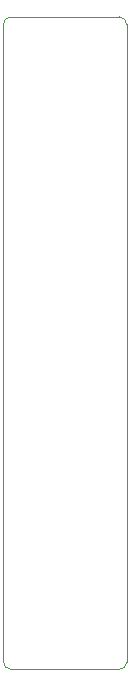
<source format=gm1>
G04 #@! TF.GenerationSoftware,KiCad,Pcbnew,(5.1.8)-1*
G04 #@! TF.CreationDate,2021-03-21T02:14:29+01:00*
G04 #@! TF.ProjectId,C64 SkeletonKey,43363420-536b-4656-9c65-746f6e4b6579,rev?*
G04 #@! TF.SameCoordinates,Original*
G04 #@! TF.FileFunction,Profile,NP*
%FSLAX46Y46*%
G04 Gerber Fmt 4.6, Leading zero omitted, Abs format (unit mm)*
G04 Created by KiCad (PCBNEW (5.1.8)-1) date 2021-03-21 02:14:29*
%MOMM*%
%LPD*%
G01*
G04 APERTURE LIST*
G04 #@! TA.AperFunction,Profile*
%ADD10C,0.050000*%
G04 #@! TD*
G04 APERTURE END LIST*
D10*
X261480000Y-137160000D02*
G75*
G02*
X260845000Y-137795000I-635000J0D01*
G01*
X251675000Y-137795000D02*
G75*
G02*
X251040000Y-137160000I0J635000D01*
G01*
X251675000Y-137795000D02*
X260845000Y-137795000D01*
X251040000Y-83185000D02*
G75*
G02*
X251675000Y-82550000I635000J0D01*
G01*
X260845000Y-82550000D02*
G75*
G02*
X261480000Y-83185000I0J-635000D01*
G01*
X251040000Y-83185000D02*
X251040000Y-137160000D01*
X261480000Y-137160000D02*
X261480000Y-83185000D01*
X251675000Y-82550000D02*
X260845000Y-82550000D01*
M02*

</source>
